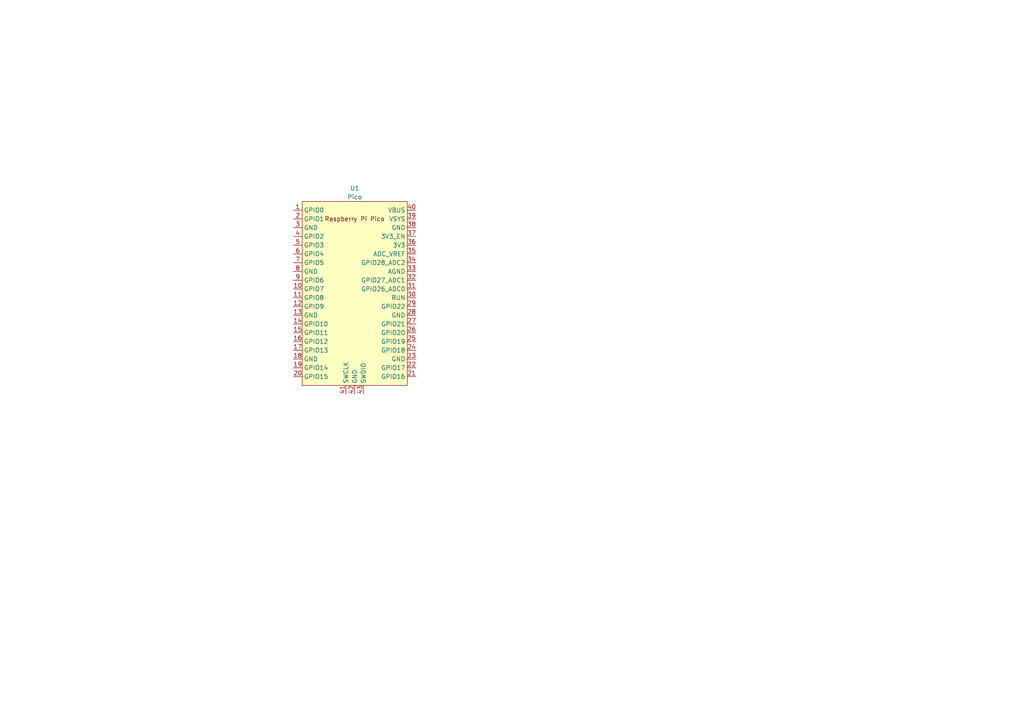
<source format=kicad_sch>
(kicad_sch (version 20230121) (generator eeschema)
  (paper "A4")
  (lib_symbols
    (symbol "MCU_RaspberryPi_and_Boards:Pico"
      (property "Reference" "U" (at -13.97 27.94 0))
      (property "Value" "Pico" (at 0 19.05 0))
      (symbol "Pico_0_0"
        (text "Raspberry Pi Pico" (at 0 21.59 0) (effects (font (size 1.27 1.27))))
      )
      (symbol "Pico_0_1"
        (rectangle (start -15.24 26.67) (end 15.24 -26.67) (fill (type background)))
      )
      (symbol "Pico_1_1"
        (pin bidirectional line (at -17.78 24.13 0) (length 2.54) (name "GPIO0") (number "1"))
        (pin bidirectional line (at -17.78 1.27 0) (length 2.54) (name "GPIO7") (number "10"))
        (pin bidirectional line (at -17.78 -1.27 0) (length 2.54) (name "GPIO8") (number "11"))
        (pin bidirectional line (at -17.78 -3.81 0) (length 2.54) (name "GPIO9") (number "12"))
        (pin power_in line (at -17.78 -6.35 0) (length 2.54) (name "GND") (number "13"))
        (pin bidirectional line (at -17.78 -8.89 0) (length 2.54) (name "GPIO10") (number "14"))
        (pin bidirectional line (at -17.78 -11.43 0) (length 2.54) (name "GPIO11") (number "15"))
        (pin bidirectional line (at -17.78 -13.97 0) (length 2.54) (name "GPIO12") (number "16"))
        (pin bidirectional line (at -17.78 -16.51 0) (length 2.54) (name "GPIO13") (number "17"))
        (pin power_in line (at -17.78 -19.05 0) (length 2.54) (name "GND") (number "18"))
        (pin bidirectional line (at -17.78 -21.59 0) (length 2.54) (name "GPIO14") (number "19"))
        (pin bidirectional line (at -17.78 21.59 0) (length 2.54) (name "GPIO1") (number "2"))
        (pin bidirectional line (at -17.78 -24.13 0) (length 2.54) (name "GPIO15") (number "20"))
        (pin bidirectional line (at 17.78 -24.13 180) (length 2.54) (name "GPIO16") (number "21"))
        (pin bidirectional line (at 17.78 -21.59 180) (length 2.54) (name "GPIO17") (number "22"))
        (pin power_in line (at 17.78 -19.05 180) (length 2.54) (name "GND") (number "23"))
        (pin bidirectional line (at 17.78 -16.51 180) (length 2.54) (name "GPIO18") (number "24"))
        (pin bidirectional line (at 17.78 -13.97 180) (length 2.54) (name "GPIO19") (number "25"))
        (pin bidirectional line (at 17.78 -11.43 180) (length 2.54) (name "GPIO20") (number "26"))
        (pin bidirectional line (at 17.78 -8.89 180) (length 2.54) (name "GPIO21") (number "27"))
        (pin power_in line (at 17.78 -6.35 180) (length 2.54) (name "GND") (number "28"))
        (pin bidirectional line (at 17.78 -3.81 180) (length 2.54) (name "GPIO22") (number "29"))
        (pin power_in line (at -17.78 19.05 0) (length 2.54) (name "GND") (number "3"))
        (pin input line (at 17.78 -1.27 180) (length 2.54) (name "RUN") (number "30"))
        (pin bidirectional line (at 17.78 1.27 180) (length 2.54) (name "GPIO26_ADC0") (number "31"))
        (pin bidirectional line (at 17.78 3.81 180) (length 2.54) (name "GPIO27_ADC1") (number "32"))
        (pin power_in line (at 17.78 6.35 180) (length 2.54) (name "AGND") (number "33"))
        (pin bidirectional line (at 17.78 8.89 180) (length 2.54) (name "GPIO28_ADC2") (number "34"))
        (pin power_in line (at 17.78 11.43 180) (length 2.54) (name "ADC_VREF") (number "35"))
        (pin power_in line (at 17.78 13.97 180) (length 2.54) (name "3V3") (number "36"))
        (pin input line (at 17.78 16.51 180) (length 2.54) (name "3V3_EN") (number "37"))
        (pin bidirectional line (at 17.78 19.05 180) (length 2.54) (name "GND") (number "38"))
        (pin power_in line (at 17.78 21.59 180) (length 2.54) (name "VSYS") (number "39"))
        (pin bidirectional line (at -17.78 16.51 0) (length 2.54) (name "GPIO2") (number "4"))
        (pin power_in line (at 17.78 24.13 180) (length 2.54) (name "VBUS") (number "40"))
        (pin input line (at -2.54 -29.21 90) (length 2.54) (name "SWCLK") (number "41"))
        (pin power_in line (at 0 -29.21 90) (length 2.54) (name "GND") (number "42"))
        (pin bidirectional line (at 2.54 -29.21 90) (length 2.54) (name "SWDIO") (number "43"))
        (pin bidirectional line (at -17.78 13.97 0) (length 2.54) (name "GPIO3") (number "5"))
        (pin bidirectional line (at -17.78 11.43 0) (length 2.54) (name "GPIO4") (number "6"))
        (pin bidirectional line (at -17.78 8.89 0) (length 2.54) (name "GPIO5") (number "7"))
        (pin power_in line (at -17.78 6.35 0) (length 2.54) (name "GND") (number "8"))
        (pin bidirectional line (at -17.78 3.81 0) (length 2.54) (name "GPIO6") (number "9"))
      )
    )
  )
  (symbol (lib_id "MCU_RaspberryPi_and_Boards:Pico") (at 102.87 85.09 0) (unit 1)
    (property "Reference" "U1" (at 102.87 54.61 0))
    (property "Value" "Pico" (at 102.87 57.15 0))
    (property "Footprint" "RPi_Pico:RPi_Pico_SMD_TH" (effects hide))
  )
)
</source>
